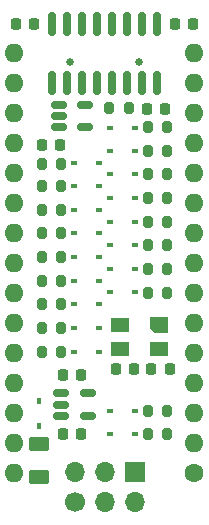
<source format=gbr>
%TF.GenerationSoftware,KiCad,Pcbnew,(6.0.8)*%
%TF.CreationDate,2022-12-14T23:26:50+01:00*%
%TF.ProjectId,rugged_nano,72756767-6564-45f6-9e61-6e6f2e6b6963,rev?*%
%TF.SameCoordinates,Original*%
%TF.FileFunction,Soldermask,Bot*%
%TF.FilePolarity,Negative*%
%FSLAX46Y46*%
G04 Gerber Fmt 4.6, Leading zero omitted, Abs format (unit mm)*
G04 Created by KiCad (PCBNEW (6.0.8)) date 2022-12-14 23:26:50*
%MOMM*%
%LPD*%
G01*
G04 APERTURE LIST*
G04 Aperture macros list*
%AMRoundRect*
0 Rectangle with rounded corners*
0 $1 Rounding radius*
0 $2 $3 $4 $5 $6 $7 $8 $9 X,Y pos of 4 corners*
0 Add a 4 corners polygon primitive as box body*
4,1,4,$2,$3,$4,$5,$6,$7,$8,$9,$2,$3,0*
0 Add four circle primitives for the rounded corners*
1,1,$1+$1,$2,$3*
1,1,$1+$1,$4,$5*
1,1,$1+$1,$6,$7*
1,1,$1+$1,$8,$9*
0 Add four rect primitives between the rounded corners*
20,1,$1+$1,$2,$3,$4,$5,0*
20,1,$1+$1,$4,$5,$6,$7,0*
20,1,$1+$1,$6,$7,$8,$9,0*
20,1,$1+$1,$8,$9,$2,$3,0*%
%AMOutline5P*
0 Free polygon, 5 corners , with rotation*
0 The origin of the aperture is its center*
0 number of corners: always 5*
0 $1 to $10 corner X, Y*
0 $11 Rotation angle, in degrees counterclockwise*
0 create outline with 5 corners*
4,1,5,$1,$2,$3,$4,$5,$6,$7,$8,$9,$10,$1,$2,$11*%
%AMOutline6P*
0 Free polygon, 6 corners , with rotation*
0 The origin of the aperture is its center*
0 number of corners: always 6*
0 $1 to $12 corner X, Y*
0 $13 Rotation angle, in degrees counterclockwise*
0 create outline with 6 corners*
4,1,6,$1,$2,$3,$4,$5,$6,$7,$8,$9,$10,$11,$12,$1,$2,$13*%
%AMOutline7P*
0 Free polygon, 7 corners , with rotation*
0 The origin of the aperture is its center*
0 number of corners: always 7*
0 $1 to $14 corner X, Y*
0 $15 Rotation angle, in degrees counterclockwise*
0 create outline with 7 corners*
4,1,7,$1,$2,$3,$4,$5,$6,$7,$8,$9,$10,$11,$12,$13,$14,$1,$2,$15*%
%AMOutline8P*
0 Free polygon, 8 corners , with rotation*
0 The origin of the aperture is its center*
0 number of corners: always 8*
0 $1 to $16 corner X, Y*
0 $17 Rotation angle, in degrees counterclockwise*
0 create outline with 8 corners*
4,1,8,$1,$2,$3,$4,$5,$6,$7,$8,$9,$10,$11,$12,$13,$14,$15,$16,$1,$2,$17*%
G04 Aperture macros list end*
%ADD10C,0.670000*%
%ADD11C,1.700000*%
%ADD12O,1.700000X1.700000*%
%ADD13R,1.700000X1.700000*%
%ADD14C,1.600000*%
%ADD15O,1.600000X1.600000*%
%ADD16RoundRect,0.250000X-0.625000X0.375000X-0.625000X-0.375000X0.625000X-0.375000X0.625000X0.375000X0*%
%ADD17RoundRect,0.200000X0.200000X0.275000X-0.200000X0.275000X-0.200000X-0.275000X0.200000X-0.275000X0*%
%ADD18RoundRect,0.225000X0.225000X0.250000X-0.225000X0.250000X-0.225000X-0.250000X0.225000X-0.250000X0*%
%ADD19R,0.600000X0.450000*%
%ADD20RoundRect,0.150000X0.150000X-0.825000X0.150000X0.825000X-0.150000X0.825000X-0.150000X-0.825000X0*%
%ADD21RoundRect,0.150000X-0.512500X-0.150000X0.512500X-0.150000X0.512500X0.150000X-0.512500X0.150000X0*%
%ADD22RoundRect,0.200000X-0.200000X-0.275000X0.200000X-0.275000X0.200000X0.275000X-0.200000X0.275000X0*%
%ADD23RoundRect,0.225000X-0.225000X-0.250000X0.225000X-0.250000X0.225000X0.250000X-0.225000X0.250000X0*%
%ADD24R,0.450000X0.600000*%
%ADD25R,1.600000X1.300000*%
%ADD26Outline5P,-0.800000X0.650000X0.410000X0.650000X0.800000X0.260000X0.800000X-0.650000X-0.800000X-0.650000X180.000000*%
G04 APERTURE END LIST*
D10*
%TO.C,J3*%
X146745000Y-57322500D03*
X152545000Y-57322500D03*
%TD*%
D11*
%TO.C,J2*%
X147095000Y-94585000D03*
D12*
X147095000Y-92045000D03*
X149635000Y-94585000D03*
X149635000Y-92045000D03*
X152175000Y-94585000D03*
D13*
X152175000Y-92045000D03*
%TD*%
D14*
%TO.C,A1*%
X157240000Y-92120000D03*
D15*
X157240000Y-89580000D03*
X157240000Y-87040000D03*
X157240000Y-84500000D03*
X157240000Y-81960000D03*
X157240000Y-79420000D03*
X157240000Y-76880000D03*
X157240000Y-74340000D03*
X157240000Y-71800000D03*
X157240000Y-69260000D03*
X157240000Y-66720000D03*
X157240000Y-64180000D03*
X157240000Y-61640000D03*
X157240000Y-59100000D03*
X157240000Y-56560000D03*
X142000000Y-56560000D03*
X142000000Y-59100000D03*
X142000000Y-61640000D03*
X142000000Y-64180000D03*
X142000000Y-66720000D03*
X142000000Y-69260000D03*
X142000000Y-71800000D03*
X142000000Y-74340000D03*
X142000000Y-76880000D03*
X142000000Y-79420000D03*
X142000000Y-81960000D03*
X142000000Y-84500000D03*
X142000000Y-87040000D03*
X142000000Y-89580000D03*
X142000000Y-92120000D03*
%TD*%
D16*
%TO.C,F2*%
X144120000Y-89660000D03*
X144120000Y-92460000D03*
%TD*%
D17*
%TO.C,R7*%
X145945000Y-77810000D03*
X144295000Y-77810000D03*
%TD*%
%TO.C,R2*%
X145945000Y-67810000D03*
X144295000Y-67810000D03*
%TD*%
D18*
%TO.C,C4*%
X147645000Y-83810000D03*
X146095000Y-83810000D03*
%TD*%
D17*
%TO.C,R8*%
X145945000Y-79810000D03*
X144295000Y-79810000D03*
%TD*%
D19*
%TO.C,D20*%
X152170000Y-64807500D03*
X150070000Y-64807500D03*
%TD*%
D20*
%TO.C,U4*%
X154065000Y-59035000D03*
X152795000Y-59035000D03*
X151525000Y-59035000D03*
X150255000Y-59035000D03*
X148985000Y-59035000D03*
X147715000Y-59035000D03*
X146445000Y-59035000D03*
X145175000Y-59035000D03*
X145175000Y-54085000D03*
X146445000Y-54085000D03*
X147715000Y-54085000D03*
X148985000Y-54085000D03*
X150255000Y-54085000D03*
X151525000Y-54085000D03*
X152795000Y-54085000D03*
X154065000Y-54085000D03*
%TD*%
D21*
%TO.C,U3*%
X145732500Y-62835000D03*
X145732500Y-61885000D03*
X145732500Y-60935000D03*
X148007500Y-60935000D03*
X148007500Y-62835000D03*
%TD*%
D19*
%TO.C,D4*%
X147070000Y-71812500D03*
X149170000Y-71812500D03*
%TD*%
%TO.C,D9*%
X147070000Y-81812500D03*
X149170000Y-81812500D03*
%TD*%
%TO.C,D6*%
X147070000Y-75812500D03*
X149170000Y-75812500D03*
%TD*%
D22*
%TO.C,R14*%
X153295000Y-76810000D03*
X154945000Y-76810000D03*
%TD*%
D19*
%TO.C,D1*%
X152170000Y-86807500D03*
X150070000Y-86807500D03*
%TD*%
D18*
%TO.C,C5*%
X147645000Y-88810000D03*
X146095000Y-88810000D03*
%TD*%
D22*
%TO.C,R16*%
X153295000Y-72810000D03*
X154945000Y-72810000D03*
%TD*%
%TO.C,R15*%
X153295000Y-74810000D03*
X154945000Y-74810000D03*
%TD*%
D23*
%TO.C,C6*%
X144345000Y-64310000D03*
X145895000Y-64310000D03*
%TD*%
D22*
%TO.C,R1*%
X153295000Y-86810000D03*
X154945000Y-86810000D03*
%TD*%
D19*
%TO.C,D2*%
X147070000Y-67812500D03*
X149170000Y-67812500D03*
%TD*%
D22*
%TO.C,R17*%
X153295000Y-70810000D03*
X154945000Y-70810000D03*
%TD*%
D17*
%TO.C,R4*%
X145945000Y-71810000D03*
X144295000Y-71810000D03*
%TD*%
D18*
%TO.C,C10*%
X154745000Y-61260000D03*
X153195000Y-61260000D03*
%TD*%
D19*
%TO.C,D18*%
X152170000Y-68807500D03*
X150070000Y-68807500D03*
%TD*%
D17*
%TO.C,R28*%
X151670000Y-61185000D03*
X150020000Y-61185000D03*
%TD*%
D18*
%TO.C,C2*%
X152145000Y-83310000D03*
X150595000Y-83310000D03*
%TD*%
D19*
%TO.C,D7*%
X147070000Y-77812500D03*
X149170000Y-77812500D03*
%TD*%
%TO.C,D22*%
X147070000Y-65812500D03*
X149170000Y-65812500D03*
%TD*%
D17*
%TO.C,R5*%
X145945000Y-73810000D03*
X144295000Y-73810000D03*
%TD*%
D24*
%TO.C,D23*%
X144117500Y-86010000D03*
X144117500Y-88110000D03*
%TD*%
D17*
%TO.C,R9*%
X145945000Y-81810000D03*
X144295000Y-81810000D03*
%TD*%
D19*
%TO.C,D14*%
X152170000Y-76807500D03*
X150070000Y-76807500D03*
%TD*%
D22*
%TO.C,R19*%
X153295000Y-66810000D03*
X154945000Y-66810000D03*
%TD*%
D17*
%TO.C,R22*%
X145945000Y-65935000D03*
X144295000Y-65935000D03*
%TD*%
D22*
%TO.C,R21*%
X153295000Y-62810000D03*
X154945000Y-62810000D03*
%TD*%
D19*
%TO.C,D16*%
X152170000Y-72807500D03*
X150070000Y-72807500D03*
%TD*%
D18*
%TO.C,C3*%
X155145000Y-83310000D03*
X153595000Y-83310000D03*
%TD*%
D22*
%TO.C,R18*%
X153295000Y-68810000D03*
X154945000Y-68810000D03*
%TD*%
D19*
%TO.C,D19*%
X152170000Y-66807500D03*
X150070000Y-66807500D03*
%TD*%
D22*
%TO.C,R10*%
X153295000Y-88812500D03*
X154945000Y-88812500D03*
%TD*%
D19*
%TO.C,D21*%
X152170000Y-62907500D03*
X150070000Y-62907500D03*
%TD*%
D17*
%TO.C,R3*%
X145945000Y-69810000D03*
X144295000Y-69810000D03*
%TD*%
D19*
%TO.C,D15*%
X152170000Y-74807500D03*
X150070000Y-74807500D03*
%TD*%
%TO.C,D8*%
X147070000Y-79812500D03*
X149170000Y-79812500D03*
%TD*%
%TO.C,D17*%
X152170000Y-70807500D03*
X150070000Y-70807500D03*
%TD*%
%TO.C,D5*%
X147070000Y-73812500D03*
X149170000Y-73812500D03*
%TD*%
D21*
%TO.C,U2*%
X145982500Y-87260000D03*
X145982500Y-86310000D03*
X145982500Y-85360000D03*
X148257500Y-85360000D03*
X148257500Y-87260000D03*
%TD*%
D17*
%TO.C,R6*%
X145945000Y-75810000D03*
X144295000Y-75810000D03*
%TD*%
D18*
%TO.C,C11*%
X157145000Y-54060000D03*
X155595000Y-54060000D03*
%TD*%
D19*
%TO.C,D3*%
X147070000Y-69812500D03*
X149170000Y-69812500D03*
%TD*%
%TO.C,D10*%
X152170000Y-88810000D03*
X150070000Y-88810000D03*
%TD*%
D25*
%TO.C,Y1*%
X154270000Y-81560000D03*
X150970000Y-81560000D03*
X150970000Y-79560000D03*
D26*
X154270000Y-79560000D03*
%TD*%
D22*
%TO.C,R20*%
X153295000Y-64810000D03*
X154945000Y-64810000D03*
%TD*%
D18*
%TO.C,C13*%
X143645000Y-54060000D03*
X142095000Y-54060000D03*
%TD*%
M02*

</source>
